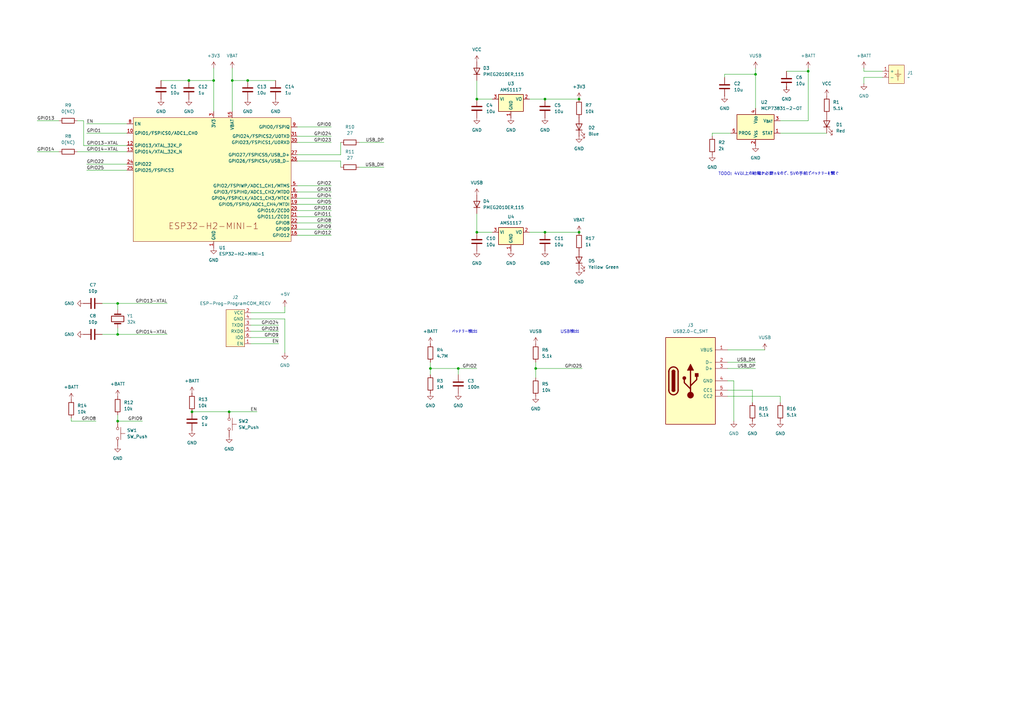
<source format=kicad_sch>
(kicad_sch (version 20231120) (generator "eeschema") (generator_version "8.0")
  (paper "A3")
  (lib_symbols
    (symbol "74th_Interface:BatteryPin"
      (property "Reference" "J" (at 0 6.35 0))
      (symbol "BatteryPin_1_1"
        (rectangle (start -3.81 3.81) (end 2.54 -3.81) (fill (type background)))
        (polyline (pts (xy -1.27 0) (xy 1.27 0)))
        (polyline (pts (xy -0.635 -0.635) (xy 0.635 -0.635)))
        (polyline (pts (xy 0 -0.635) (xy 0 -2.54)))
        (polyline (pts (xy 0 0) (xy 0 1.905)))
        (pin input line (at -6.35 1.27 0) (length 2.54) (name "+") (number "1"))
        (pin input line (at -6.35 -1.27 0) (length 2.54) (name "-") (number "2"))
      )
    )
    (symbol "74th_Interface:ESP-Prog-ProgramCOM_RECV"
      (property "Reference" "J" (at 0 5.08 0))
      (property "Value" "ESP-Prog-ProgramCOM_RECV" (at 0 7.62 0))
      (symbol "ESP-Prog-ProgramCOM_RECV_0_1"
        (rectangle (start -3.81 3.81) (end 3.81 -11.43) (stroke (width 0.1524)) (fill (type background)))
      )
      (symbol "ESP-Prog-ProgramCOM_RECV_1_1"
        (pin output line (at 6.35 -10.16 180) (length 2.54) (name "EN") (number "1"))
        (pin passive line (at 6.35 2.54 180) (length 2.54) (name "VCC") (number "2"))
        (pin input line (at 6.35 -2.54 180) (length 2.54) (name "TXD0") (number "3"))
        (pin passive line (at 6.35 0 180) (length 2.54) (name "GND") (number "4"))
        (pin output line (at 6.35 -5.08 180) (length 2.54) (name "RXD0") (number "5"))
        (pin output line (at 6.35 -7.62 180) (length 2.54) (name "IO0") (number "6"))
      )
    )
    (symbol "74th_Interface:USB_TypeC-2.0_Receptacle" (pin_names (offset 1.016))
      (property "Reference" "J" (at -10.16 19.05 0))
      (property "Value" "USB2.0-C_SMT" (at 15.24 19.05 0))
      (symbol "USB_TypeC-2.0_Receptacle_0_1"
        (rectangle (start -10.16 17.78) (end 10.16 -17.78) (stroke (width 0.254)) (fill (type background)))
        (arc (start -8.89 -3.81) (mid -6.985 -5.7067) (end -5.08 -3.81) (stroke (width 0.508)))
        (arc (start -7.62 -3.81) (mid -6.985 -4.4423) (end -6.35 -3.81) (stroke (width 0.254)))
        (arc (start -7.62 -3.81) (mid -6.985 -4.4423) (end -6.35 -3.81) (stroke (width 0.254)) (fill (type outline)))
        (rectangle (start -7.62 -3.81) (end -6.35 3.81) (stroke (width 0.254)) (fill (type outline)))
        (arc (start -6.35 3.81) (mid -6.985 4.4423) (end -7.62 3.81) (stroke (width 0.254)))
        (arc (start -6.35 3.81) (mid -6.985 4.4423) (end -7.62 3.81) (stroke (width 0.254)) (fill (type outline)))
        (arc (start -5.08 3.81) (mid -6.985 5.7067) (end -8.89 3.81) (stroke (width 0.508)))
        (circle (center -2.54 1.143) (radius 0.635) (stroke (width 0.254)) (fill (type outline)))
        (circle (center 0 -5.842) (radius 1.27) (fill (type outline)))
        (polyline (pts (xy -8.89 -3.81) (xy -8.89 3.81)) (stroke (width 0.508)))
        (polyline (pts (xy -5.08 3.81) (xy -5.08 -3.81)) (stroke (width 0.508)))
        (polyline (pts (xy 0 -5.842) (xy 0 4.318)) (stroke (width 0.508)))
        (polyline (pts (xy 0 -3.302) (xy -2.54 -0.762) (xy -2.54 0.508)) (stroke (width 0.508)))
        (polyline (pts (xy 0 -2.032) (xy 2.54 0.508) (xy 2.54 1.778)) (stroke (width 0.508)))
        (polyline (pts (xy -1.27 4.318) (xy 0 6.858) (xy 1.27 4.318) (xy -1.27 4.318)) (stroke (width 0.254)) (fill (type outline)))
        (rectangle (start 1.905 1.778) (end 3.175 3.048) (stroke (width 0.254)) (fill (type outline)))
      )
      (symbol "USB_TypeC-2.0_Receptacle_1_1"
        (pin power_out line (at 15.24 12.7 180) (length 5.08) (name "VBUS") (number "1"))
        (pin bidirectional line (at 15.24 7.62 180) (length 5.08) (name "D-") (number "2"))
        (pin bidirectional line (at 15.24 5.08 180) (length 5.08) (name "D+") (number "3"))
        (pin power_out line (at 15.24 0 180) (length 5.08) (name "GND") (number "4"))
        (pin input line (at 15.24 -3.81 180) (length 5.08) (name "CC1") (number "5"))
        (pin input line (at 15.24 -6.35 180) (length 5.08) (name "CC2") (number "6"))
      )
    )
    (symbol "74th_Passive:AMS1117-3.3_Regulator_SOT223"
      (property "Reference" "U" (at -3.81 3.175 0))
      (property "Value" "AMS1117" (at 0 3.175 0))
      (symbol "AMS1117-3.3_Regulator_SOT223_0_1"
        (rectangle (start -5.08 1.905) (end 5.08 -5.08) (stroke (width 0.254)) (fill (type background)))
      )
      (symbol "AMS1117-3.3_Regulator_SOT223_1_1"
        (pin power_in line (at 0 -7.62 90) (length 2.54) (name "GND") (number "1"))
        (pin power_out line (at 7.62 0 180) (length 2.54) (name "VO") (number "2"))
        (pin power_in line (at -7.62 0 0) (length 2.54) (name "VI") (number "3"))
      )
    )
    (symbol "74th_Power:VBAT" (power) (pin_numbers hide) (pin_names (offset 0) hide)
      (property "Value" "VBAT" (at 0 3.556 0))
      (symbol "VBAT_0_1"
        (polyline (pts (xy -0.762 1.27) (xy 0 2.54)))
        (polyline (pts (xy 0 0) (xy 0 2.54)))
        (polyline (pts (xy 0 2.54) (xy 0.762 1.27)))
      )
      (symbol "VBAT_1_1"
        (pin power_in line (at 0 0 90) (length 0) (name "~") (number "1"))
      )
    )
    (symbol "74th_Power:VUSB" (power) (pin_numbers hide) (pin_names (offset 0) hide)
      (property "Value" "VUSB" (at 0 3.556 0))
      (symbol "VUSB_0_1"
        (polyline (pts (xy -0.762 1.27) (xy 0 2.54)))
        (polyline (pts (xy 0 0) (xy 0 2.54)))
        (polyline (pts (xy 0 2.54) (xy 0.762 1.27)))
      )
      (symbol "VUSB_1_1"
        (pin power_in line (at 0 0 90) (length 0) (name "~") (number "1"))
      )
    )
    (symbol "Battery_Management:MCP73831-2-OT"
      (property "Reference" "U" (at -7.62 6.35 0))
      (property "Value" "MCP73831-2-OT" (at 1.27 6.35 0))
      (symbol "MCP73831-2-OT_0_1"
        (rectangle (start -7.62 5.08) (end 7.62 -5.08) (stroke (width 0.254)) (fill (type background)))
      )
      (symbol "MCP73831-2-OT_1_1"
        (pin tri_state line (at 10.16 -2.54 180) (length 2.54) (name "STAT") (number "1"))
        (pin power_in line (at 0 -7.62 90) (length 2.54) (name "V_{SS}") (number "2"))
        (pin power_out line (at 10.16 2.54 180) (length 2.54) (name "V_{BAT}") (number "3"))
        (pin power_in line (at 0 7.62 270) (length 2.54) (name "V_{DD}") (number "4"))
        (pin input line (at -10.16 -2.54 0) (length 2.54) (name "PROG") (number "5"))
      )
    )
    (symbol "Device:C" (pin_numbers hide) (pin_names (offset 0.254))
      (property "Reference" "C" (at 0.635 2.54 0))
      (property "Value" "C" (at 0.635 -2.54 0))
      (symbol "C_0_1"
        (polyline (pts (xy -2.032 -0.762) (xy 2.032 -0.762)) (stroke (width 0.508)))
        (polyline (pts (xy -2.032 0.762) (xy 2.032 0.762)) (stroke (width 0.508)))
      )
      (symbol "C_1_1"
        (pin passive line (at 0 3.81 270) (length 2.794) (name "~") (number "1"))
        (pin passive line (at 0 -3.81 90) (length 2.794) (name "~") (number "2"))
      )
    )
    (symbol "Device:Crystal" (pin_numbers hide) (pin_names (offset 1.016) hide)
      (property "Reference" "Y" (at 0 3.81 0))
      (property "Value" "Crystal" (at 0 -3.81 0))
      (symbol "Crystal_0_1"
        (rectangle (start -1.143 2.54) (end 1.143 -2.54) (stroke (width 0.3048)))
        (polyline (pts (xy -2.54 0) (xy -1.905 0)))
        (polyline (pts (xy -1.905 -1.27) (xy -1.905 1.27)) (stroke (width 0.508)))
        (polyline (pts (xy 1.905 -1.27) (xy 1.905 1.27)) (stroke (width 0.508)))
        (polyline (pts (xy 2.54 0) (xy 1.905 0)))
      )
      (symbol "Crystal_1_1"
        (pin passive line (at -3.81 0 0) (length 1.27) (name "1") (number "1"))
        (pin passive line (at 3.81 0 180) (length 1.27) (name "2") (number "2"))
      )
    )
    (symbol "Device:D" (pin_numbers hide) (pin_names (offset 1.016) hide)
      (property "Reference" "D" (at 0 2.54 0))
      (property "Value" "D" (at 0 -2.54 0))
      (symbol "D_0_1"
        (polyline (pts (xy -1.27 1.27) (xy -1.27 -1.27)) (stroke (width 0.254)))
        (polyline (pts (xy 1.27 0) (xy -1.27 0)))
        (polyline (pts (xy 1.27 1.27) (xy 1.27 -1.27) (xy -1.27 0) (xy 1.27 1.27)) (stroke (width 0.254)))
      )
      (symbol "D_1_1"
        (pin passive line (at -3.81 0 0) (length 2.54) (name "K") (number "1"))
        (pin passive line (at 3.81 0 180) (length 2.54) (name "A") (number "2"))
      )
    )
    (symbol "Device:LED" (pin_numbers hide) (pin_names (offset 1.016) hide)
      (property "Reference" "D" (at 0 2.54 0))
      (property "Value" "LED" (at 0 -2.54 0))
      (symbol "LED_0_1"
        (polyline (pts (xy -1.27 -1.27) (xy -1.27 1.27)) (stroke (width 0.254)))
        (polyline (pts (xy -1.27 0) (xy 1.27 0)))
        (polyline (pts (xy 1.27 -1.27) (xy 1.27 1.27) (xy -1.27 0) (xy 1.27 -1.27)) (stroke (width 0.254)))
        (polyline (pts (xy -3.048 -0.762) (xy -4.572 -2.286) (xy -3.81 -2.286) (xy -4.572 -2.286) (xy -4.572 -1.524)))
        (polyline (pts (xy -1.778 -0.762) (xy -3.302 -2.286) (xy -2.54 -2.286) (xy -3.302 -2.286) (xy -3.302 -1.524)))
      )
      (symbol "LED_1_1"
        (pin passive line (at -3.81 0 0) (length 2.54) (name "K") (number "1"))
        (pin passive line (at 3.81 0 180) (length 2.54) (name "A") (number "2"))
      )
    )
    (symbol "Device:R" (pin_numbers hide) (pin_names (offset 0))
      (property "Reference" "R" (at 2.032 0 90))
      (property "Value" "R" (at 0 0 90))
      (symbol "R_0_1"
        (rectangle (start -1.016 -2.54) (end 1.016 2.54) (stroke (width 0.254)))
      )
      (symbol "R_1_1"
        (pin passive line (at 0 3.81 270) (length 1.27) (name "~") (number "1"))
        (pin passive line (at 0 -3.81 90) (length 1.27) (name "~") (number "2"))
      )
    )
    (symbol "Espressif:ESP32-H2-MINI-1"
      (property "Reference" "U" (at -33.02 30.48 0))
      (property "Value" "ESP32-H2-MINI-1" (at -33.02 27.94 0))
      (symbol "ESP32-H2-MINI-1_0_1"
        (rectangle (start -33.02 25.4) (end 31.75 -25.4) (fill (type background)))
      )
      (symbol "ESP32-H2-MINI-1_1_0"
        (text "ESP32-H2-MINI-1" (at 0 -19.05 0) (effects (font (size 2.54 2.54))))
        (pin bidirectional line (at -35.56 19.05 0) (length 2.54) (name "GPIO1/FSPICS0/ADC1_CH0") (number "10"))
        (pin no_connect line (at -35.56 -13.97 0) (length 2.54) hide (name "NC") (number "17"))
        (pin bidirectional line (at -35.56 6.35 0) (length 2.54) (name "GPIO22") (number "24"))
        (pin bidirectional line (at -35.56 3.81 0) (length 2.54) (name "GPIO25/FSPICS3") (number "25"))
        (pin no_connect line (at -35.56 -13.97 0) (length 2.54) hide (name "NC") (number "28"))
        (pin no_connect line (at -35.56 -13.97 0) (length 2.54) hide (name "NC") (number "29"))
        (pin no_connect line (at -35.56 -13.97 0) (length 2.54) hide (name "NC") (number "32"))
        (pin no_connect line (at -35.56 -13.97 0) (length 2.54) hide (name "NC") (number "33"))
        (pin no_connect line (at -35.56 -13.97 0) (length 2.54) hide (name "NC") (number "34"))
        (pin no_connect line (at -35.56 -13.97 0) (length 2.54) hide (name "NC") (number "35"))
        (pin no_connect line (at -35.56 -13.97 0) (length 2.54) hide (name "NC") (number "4"))
        (pin no_connect line (at -35.56 -13.97 0) (length 2.54) hide (name "NC") (number "7"))
        (pin bidirectional line (at 34.29 21.59 180) (length 2.54) (name "GPIO0/FSPIQ") (number "9"))
      )
      (symbol "ESP32-H2-MINI-1_1_1"
        (pin power_in line (at 0 -27.94 90) (length 2.54) (name "GND") (number "1"))
        (pin passive line (at 0 -27.94 90) (length 2.54) hide (name "GND") (number "11"))
        (pin bidirectional line (at -35.56 13.97 0) (length 2.54) (name "GPIO13/XTAL_32K_P") (number "12"))
        (pin bidirectional line (at -35.56 11.43 0) (length 2.54) (name "GPIO14/XTAL_32K_N") (number "13"))
        (pin passive line (at 0 -27.94 90) (length 2.54) hide (name "GND") (number "14"))
        (pin input line (at 7.62 27.94 270) (length 2.54) (name "VBAT") (number "15"))
        (pin bidirectional line (at 34.29 -22.86 180) (length 2.54) (name "GPIO12") (number "16"))
        (pin bidirectional line (at 34.29 -7.62 180) (length 2.54) (name "GPIO4/FSPICLK/ADC1_CH3/MTCK") (number "18"))
        (pin bidirectional line (at 34.29 -10.16 180) (length 2.54) (name "GPIO5/FSPID/ADC1_CH4/MTDI") (number "19"))
        (pin passive line (at 0 -27.94 90) (length 2.54) hide (name "GND") (number "2"))
        (pin bidirectional line (at 34.29 -12.7 180) (length 2.54) (name "GPIO10/ZCD0") (number "20"))
        (pin bidirectional line (at 34.29 -15.24 180) (length 2.54) (name "GPIO11/ZCD1") (number "21"))
        (pin bidirectional line (at 34.29 -17.78 180) (length 2.54) (name "GPIO8") (number "22"))
        (pin bidirectional line (at 34.29 -20.32 180) (length 2.54) (name "GPIO9") (number "23"))
        (pin bidirectional line (at 34.29 7.62 180) (length 2.54) (name "GPIO26/FSPICS4/USB_D-") (number "26"))
        (pin bidirectional line (at 34.29 10.16 180) (length 2.54) (name "GPIO27/FSPICS5/USB_D+") (number "27"))
        (pin power_in line (at 0 27.94 270) (length 2.54) (name "3V3") (number "3"))
        (pin bidirectional line (at 34.29 15.24 180) (length 2.54) (name "GPIO23/FSPICS1/U0RXD") (number "30"))
        (pin bidirectional line (at 34.29 17.78 180) (length 2.54) (name "GPIO24/FSPICS2/U0TXD") (number "31"))
        (pin passive line (at 0 -27.94 90) (length 2.54) hide (name "GND") (number "36"))
        (pin passive line (at 0 -27.94 90) (length 2.54) hide (name "GND") (number "37"))
        (pin passive line (at 0 -27.94 90) (length 2.54) hide (name "GND") (number "38"))
        (pin passive line (at 0 -27.94 90) (length 2.54) hide (name "GND") (number "39"))
        (pin passive line (at 0 -27.94 90) (length 2.54) hide (name "GND") (number "40"))
        (pin passive line (at 0 -27.94 90) (length 2.54) hide (name "GND") (number "41"))
        (pin passive line (at 0 -27.94 90) (length 2.54) hide (name "GND") (number "42"))
        (pin passive line (at 0 -27.94 90) (length 2.54) hide (name "GND") (number "43"))
        (pin passive line (at 0 -27.94 90) (length 2.54) hide (name "GND") (number "44"))
        (pin passive line (at 0 -27.94 90) (length 2.54) hide (name "GND") (number "45"))
        (pin passive line (at 0 -27.94 90) (length 2.54) hide (name "GND") (number "46"))
        (pin passive line (at 0 -27.94 90) (length 2.54) hide (name "GND") (number "47"))
        (pin passive line (at 0 -27.94 90) (length 2.54) hide (name "GND") (number "48"))
        (pin passive line (at 0 -27.94 90) (length 2.54) hide (name "GND") (number "49"))
        (pin bidirectional line (at 34.29 -2.54 180) (length 2.54) (name "GPIO2/FSPIWP/ADC1_CH1/MTMS") (number "5"))
        (pin passive line (at 0 -27.94 90) (length 2.54) hide (name "GND") (number "50"))
        (pin passive line (at 0 -27.94 90) (length 2.54) hide (name "GND") (number "51"))
        (pin passive line (at 0 -27.94 90) (length 2.54) hide (name "GND") (number "52"))
        (pin passive line (at 0 -27.94 90) (length 2.54) hide (name "GND") (number "53"))
        (pin bidirectional line (at 34.29 -5.08 180) (length 2.54) (name "GPIO3/FSPIHD/ADC1_CH2/MTDO") (number "6"))
        (pin input line (at -35.56 22.86 0) (length 2.54) (name "EN") (number "8"))
      )
    )
    (symbol "Switch:SW_Push" (pin_numbers hide) (pin_names (offset 1.016) hide)
      (property "Reference" "SW" (at 1.27 2.54 0))
      (property "Value" "SW_Push" (at 0 -1.524 0))
      (symbol "SW_Push_0_1"
        (circle (center -2.032 0) (radius 0.508))
        (polyline (pts (xy 0 1.27) (xy 0 3.048)))
        (polyline (pts (xy 2.54 1.27) (xy -2.54 1.27)))
        (circle (center 2.032 0) (radius 0.508))
        (pin passive line (at -5.08 0 0) (length 2.54) (name "1") (number "1"))
        (pin passive line (at 5.08 0 180) (length 2.54) (name "2") (number "2"))
      )
    )
    (symbol "power:+3V3" (power) (pin_numbers hide) (pin_names (offset 0) hide)
      (property "Value" "+3V3" (at 0 3.556 0))
      (symbol "+3V3_0_1"
        (polyline (pts (xy -0.762 1.27) (xy 0 2.54)))
        (polyline (pts (xy 0 0) (xy 0 2.54)))
        (polyline (pts (xy 0 2.54) (xy 0.762 1.27)))
      )
      (symbol "+3V3_1_1"
        (pin power_in line (at 0 0 90) (length 0) (name "~") (number "1"))
      )
    )
    (symbol "power:+5V" (power) (pin_numbers hide) (pin_names (offset 0) hide)
      (property "Value" "+5V" (at 0 3.556 0))
      (symbol "+5V_0_1"
        (polyline (pts (xy -0.762 1.27) (xy 0 2.54)))
        (polyline (pts (xy 0 0) (xy 0 2.54)))
        (polyline (pts (xy 0 2.54) (xy 0.762 1.27)))
      )
      (symbol "+5V_1_1"
        (pin power_in line (at 0 0 90) (length 0) (name "~") (number "1"))
      )
    )
    (symbol "power:+BATT" (power) (pin_numbers hide) (pin_names (offset 0) hide)
      (property "Value" "+BATT" (at 0 3.556 0))
      (symbol "+BATT_0_1"
        (polyline (pts (xy -0.762 1.27) (xy 0 2.54)))
        (polyline (pts (xy 0 0) (xy 0 2.54)))
        (polyline (pts (xy 0 2.54) (xy 0.762 1.27)))
      )
      (symbol "+BATT_1_1"
        (pin power_in line (at 0 0 90) (length 0) (name "~") (number "1"))
      )
    )
    (symbol "power:GND" (power) (pin_numbers hide) (pin_names (offset 0) hide)
      (property "Value" "GND" (at 0 -3.81 0))
      (symbol "GND_0_1"
        (polyline (pts (xy 0 0) (xy 0 -1.27) (xy 1.27 -1.27) (xy 0 -2.54) (xy -1.27 -1.27) (xy 0 -1.27)))
      )
      (symbol "GND_1_1"
        (pin power_in line (at 0 0 270) (length 0) (name "~") (number "1"))
      )
    )
    (symbol "power:VCC" (power) (pin_numbers hide) (pin_names (offset 0) hide)
      (property "Value" "VCC" (at 0 3.556 0))
      (symbol "VCC_0_1"
        (polyline (pts (xy -0.762 1.27) (xy 0 2.54)))
        (polyline (pts (xy 0 0) (xy 0 2.54)))
        (polyline (pts (xy 0 2.54) (xy 0.762 1.27)))
      )
      (symbol "VCC_1_1"
        (pin power_in line (at 0 0 90) (length 0) (name "~") (number "1"))
      )
    )
  )
  (junction (at 219.71 151.13))
  (junction (at 223.52 95.25))
  (junction (at 195.58 40.64))
  (junction (at 309.88 30.48))
  (junction (at 101.6 33.02))
  (junction (at 195.58 95.25))
  (junction (at 331.47 29.21))
  (junction (at 223.52 40.64))
  (junction (at 87.63 33.02))
  (junction (at 48.26 124.46))
  (junction (at 48.26 137.16))
  (junction (at 78.74 168.91))
  (junction (at 176.53 151.13))
  (junction (at 237.49 40.64))
  (junction (at 77.47 33.02))
  (junction (at 93.98 168.91))
  (junction (at 237.49 95.25))
  (junction (at 48.26 172.72))
  (junction (at 95.25 33.02))
  (junction (at 187.96 151.13))
  (wire (pts (xy 298.45 148.59) (xy 309.88 148.59)))
  (wire (pts (xy 187.96 151.13) (xy 195.58 151.13)))
  (wire (pts (xy 300.99 156.21) (xy 300.99 172.72)))
  (wire (pts (xy 223.52 95.25) (xy 237.49 95.25)))
  (wire (pts (xy 297.18 30.48) (xy 309.88 30.48)))
  (wire (pts (xy 331.47 27.94) (xy 331.47 29.21)))
  (wire (pts (xy 354.33 31.75) (xy 361.95 31.75)))
  (wire (pts (xy 195.58 33.02) (xy 195.58 40.64)))
  (wire (pts (xy 39.37 172.72) (xy 29.21 172.72)))
  (wire (pts (xy 147.32 68.58) (xy 157.48 68.58)))
  (wire (pts (xy 95.25 33.02) (xy 101.6 33.02)))
  (wire (pts (xy 309.88 27.94) (xy 309.88 30.48)))
  (wire (pts (xy 121.92 76.2) (xy 135.89 76.2)))
  (wire (pts (xy 29.21 172.72) (xy 29.21 171.45)))
  (wire (pts (xy 116.84 125.73) (xy 116.84 128.27)))
  (wire (pts (xy 176.53 151.13) (xy 176.53 153.67)))
  (wire (pts (xy 121.92 86.36) (xy 135.89 86.36)))
  (wire (pts (xy 87.63 27.94) (xy 87.63 33.02)))
  (wire (pts (xy 322.58 29.21) (xy 331.47 29.21)))
  (wire (pts (xy 35.56 69.85) (xy 52.07 69.85)))
  (wire (pts (xy 139.7 63.5) (xy 121.92 63.5)))
  (wire (pts (xy 48.26 170.18) (xy 48.26 172.72)))
  (wire (pts (xy 320.04 162.56) (xy 320.04 165.1)))
  (wire (pts (xy 116.84 128.27) (xy 102.87 128.27)))
  (wire (pts (xy 187.96 151.13) (xy 176.53 151.13)))
  (wire (pts (xy 87.63 45.72) (xy 87.63 33.02)))
  (wire (pts (xy 34.29 49.53) (xy 34.29 59.69)))
  (wire (pts (xy 121.92 88.9) (xy 135.89 88.9)))
  (wire (pts (xy 195.58 40.64) (xy 201.93 40.64)))
  (wire (pts (xy 48.26 134.62) (xy 48.26 137.16)))
  (wire (pts (xy 102.87 133.35) (xy 114.3 133.35)))
  (wire (pts (xy 292.1 54.61) (xy 292.1 55.88)))
  (wire (pts (xy 116.84 130.81) (xy 116.84 144.78)))
  (wire (pts (xy 298.45 156.21) (xy 300.99 156.21)))
  (wire (pts (xy 35.56 50.8) (xy 52.07 50.8)))
  (wire (pts (xy 238.76 151.13) (xy 219.71 151.13)))
  (wire (pts (xy 102.87 135.89) (xy 114.3 135.89)))
  (wire (pts (xy 309.88 30.48) (xy 309.88 44.45)))
  (wire (pts (xy 31.75 49.53) (xy 34.29 49.53)))
  (wire (pts (xy 77.47 33.02) (xy 66.04 33.02)))
  (wire (pts (xy 121.92 96.52) (xy 135.89 96.52)))
  (wire (pts (xy 95.25 45.72) (xy 95.25 33.02)))
  (wire (pts (xy 93.98 168.91) (xy 105.41 168.91)))
  (wire (pts (xy 87.63 33.02) (xy 77.47 33.02)))
  (wire (pts (xy 48.26 172.72) (xy 58.42 172.72)))
  (wire (pts (xy 15.24 62.23) (xy 24.13 62.23)))
  (wire (pts (xy 102.87 130.81) (xy 116.84 130.81)))
  (wire (pts (xy 354.33 29.21) (xy 354.33 27.94)))
  (wire (pts (xy 121.92 52.07) (xy 135.89 52.07)))
  (wire (pts (xy 121.92 66.04) (xy 139.7 66.04)))
  (wire (pts (xy 219.71 151.13) (xy 219.71 154.94)))
  (wire (pts (xy 78.74 168.91) (xy 93.98 168.91)))
  (wire (pts (xy 35.56 54.61) (xy 52.07 54.61)))
  (wire (pts (xy 298.45 162.56) (xy 320.04 162.56)))
  (wire (pts (xy 48.26 124.46) (xy 41.91 124.46)))
  (wire (pts (xy 147.32 58.42) (xy 157.48 58.42)))
  (wire (pts (xy 68.58 137.16) (xy 48.26 137.16)))
  (wire (pts (xy 121.92 78.74) (xy 135.89 78.74)))
  (wire (pts (xy 297.18 30.48) (xy 297.18 31.75)))
  (wire (pts (xy 15.24 49.53) (xy 24.13 49.53)))
  (wire (pts (xy 219.71 151.13) (xy 219.71 148.59)))
  (wire (pts (xy 121.92 83.82) (xy 135.89 83.82)))
  (wire (pts (xy 101.6 33.02) (xy 113.03 33.02)))
  (wire (pts (xy 102.87 140.97) (xy 114.3 140.97)))
  (wire (pts (xy 195.58 87.63) (xy 195.58 95.25)))
  (wire (pts (xy 308.61 160.02) (xy 308.61 165.1)))
  (wire (pts (xy 31.75 62.23) (xy 52.07 62.23)))
  (wire (pts (xy 121.92 58.42) (xy 135.89 58.42)))
  (wire (pts (xy 95.25 27.94) (xy 95.25 33.02)))
  (wire (pts (xy 298.45 160.02) (xy 308.61 160.02)))
  (wire (pts (xy 354.33 34.29) (xy 354.33 31.75)))
  (wire (pts (xy 331.47 49.53) (xy 320.04 49.53)))
  (wire (pts (xy 298.45 151.13) (xy 309.88 151.13)))
  (wire (pts (xy 41.91 137.16) (xy 48.26 137.16)))
  (wire (pts (xy 48.26 127) (xy 48.26 124.46)))
  (wire (pts (xy 139.7 58.42) (xy 139.7 63.5)))
  (wire (pts (xy 176.53 148.59) (xy 176.53 151.13)))
  (wire (pts (xy 102.87 138.43) (xy 114.3 138.43)))
  (wire (pts (xy 35.56 67.31) (xy 52.07 67.31)))
  (wire (pts (xy 223.52 40.64) (xy 237.49 40.64)))
  (wire (pts (xy 299.72 54.61) (xy 292.1 54.61)))
  (wire (pts (xy 339.09 54.61) (xy 320.04 54.61)))
  (wire (pts (xy 298.45 143.51) (xy 313.69 143.51)))
  (wire (pts (xy 217.17 95.25) (xy 223.52 95.25)))
  (wire (pts (xy 121.92 55.88) (xy 135.89 55.88)))
  (wire (pts (xy 34.29 59.69) (xy 52.07 59.69)))
  (wire (pts (xy 121.92 91.44) (xy 135.89 91.44)))
  (wire (pts (xy 48.26 124.46) (xy 68.58 124.46)))
  (wire (pts (xy 195.58 95.25) (xy 201.93 95.25)))
  (wire (pts (xy 121.92 93.98) (xy 135.89 93.98)))
  (wire (pts (xy 187.96 153.67) (xy 187.96 151.13)))
  (wire (pts (xy 331.47 29.21) (xy 331.47 49.53)))
  (wire (pts (xy 217.17 40.64) (xy 223.52 40.64)))
  (wire (pts (xy 361.95 29.21) (xy 354.33 29.21)))
  (wire (pts (xy 139.7 66.04) (xy 139.7 68.58)))
  (wire (pts (xy 121.92 81.28) (xy 135.89 81.28)))
  (text "TODO: 4V以上の給電が必要ｎなので、5Vの手前でバッテリーを繋ぐ" (at 319.278 71.374 0) (effects (font (size 1.27 1.27))))
  (text "USB検出\n" (at 233.68 136.144 0) (effects (font (size 1.27 1.27))))
  (text "バッテリー検出\n" (at 190.5 136.144 0) (effects (font (size 1.27 1.27))))
  (label "GPIO5" (at 135.89 83.82 180))
  (label "USB_DM" (at 157.48 68.58 180))
  (label "GPIO24" (at 114.3 133.35 180))
  (label "GPIO23" (at 114.3 135.89 180))
  (label "GPIO8" (at 135.89 91.44 180))
  (label "GPIO25" (at 238.76 151.13 180))
  (label "GPIO3" (at 135.89 78.74 180))
  (label "GPIO0" (at 135.89 52.07 180))
  (label "GPIO25" (at 35.56 69.85 0))
  (label "GPIO10" (at 135.89 86.36 180))
  (label "GPIO9" (at 135.89 93.98 180))
  (label "GPIO22" (at 35.56 67.31 0))
  (label "USB_DP" (at 309.88 151.13 180))
  (label "GPIO13-XTAL" (at 35.56 59.69 0))
  (label "GPIO14-XTAL" (at 35.56 62.23 0))
  (label "EN" (at 105.41 168.91 180))
  (label "GPIO4" (at 135.89 81.28 180))
  (label "GPIO1" (at 35.56 54.61 0))
  (label "GPIO13-XTAL" (at 68.58 124.46 180))
  (label "GPIO14-XTAL" (at 68.58 137.16 180))
  (label "GPIO12" (at 135.89 96.52 180))
  (label "GPIO2" (at 195.58 151.13 180))
  (label "GPIO14" (at 15.24 62.23 0))
  (label "GPIO11" (at 135.89 88.9 180))
  (label "GPIO9" (at 114.3 138.43 180))
  (label "GPIO2" (at 135.89 76.2 180))
  (label "GPIO8" (at 39.37 172.72 180))
  (label "USB_DP" (at 157.48 58.42 180))
  (label "GPIO24" (at 135.89 55.88 180))
  (label "EN" (at 114.3 140.97 180))
  (label "GPIO23" (at 135.89 58.42 180))
  (label "EN" (at 35.56 50.8 0))
  (label "GPIO9" (at 58.42 172.72 180))
  (label "USB_DM" (at 309.88 148.59 180))
  (label "GPIO13" (at 15.24 49.53 0))
  (symbol (lib_id "Device:C") (at 101.6 36.83 0) (unit 1)
    (property "Reference" "C13" (at 105.41 35.5599 0) (effects (justify left)))
    (property "Value" "10u" (at 105.41 38.0999 0) (effects (justify left)))
    (property "Footprint" "74th:Capacitor_0805_2012" (effects (hide yes)))
    (property "Description" "Unpolarized capacitor" (effects (hide yes)))
  )
  (symbol (lib_id "74th_Interface:ESP-Prog-ProgramCOM_RECV") (at 96.52 130.81 0) (unit 1)
    (property "Reference" "J2" (at 96.52 121.92 0))
    (property "Value" "ESP-Prog-ProgramCOM_RECV" (at 96.52 124.46 0))
    (property "Footprint" "$74th:BoxPinHeader_2x03_P1.27mm_Vertical" (effects (hide yes)))
  )
  (symbol (lib_id "power:GND") (at 195.58 102.87 0) (unit 1)
    (property "Reference" "#PWR017" (effects (hide yes)))
    (property "Value" "GND" (at 195.58 107.95 0))
    (property "Description" "Power symbol creates a global label with name \"GND\" , ground" (effects (hide yes)))
  )
  (symbol (lib_id "Device:R") (at 78.74 165.1 0) (unit 1)
    (property "Reference" "R13" (at 81.28 163.8299 0) (effects (justify left)))
    (property "Value" "10k" (at 81.28 166.3699 0) (effects (justify left)))
    (property "Footprint" "74th:Register_0603_1608" (effects (hide yes)))
    (property "Description" "Resistor" (effects (hide yes)))
  )
  (symbol (lib_id "power:GND") (at 34.29 137.16 270) (unit 1)
    (property "Reference" "#PWR010" (effects (hide yes)))
    (property "Value" "GND" (at 30.48 137.1599 90) (effects (justify right)))
    (property "Description" "Power symbol creates a global label with name \"GND\" , ground" (effects (hide yes)))
  )
  (symbol (lib_id "power:+3V3") (at 87.63 27.94 0) (unit 1)
    (property "Reference" "#PWR01" (effects (hide yes)))
    (property "Value" "+3V3" (at 87.63 22.86 0))
    (property "Description" "Power symbol creates a global label with name \"+3V3\"" (effects (hide yes)))
  )
  (symbol (lib_id "power:GND") (at 187.96 161.29 0) (unit 1)
    (property "Reference" "#PWR015" (effects (hide yes)))
    (property "Value" "GND" (at 187.96 166.37 0))
    (property "Description" "Power symbol creates a global label with name \"GND\" , ground" (effects (hide yes)))
  )
  (symbol (lib_id "Device:R") (at 237.49 99.06 0) (unit 1)
    (property "Reference" "R17" (at 240.03 97.7899 0) (effects (justify left)))
    (property "Value" "1k" (at 240.03 100.3299 0) (effects (justify left)))
    (property "Footprint" "74th:Register_0603_1608" (effects (hide yes)))
    (property "Description" "Resistor" (effects (hide yes)))
  )
  (symbol (lib_id "Device:R") (at 27.94 62.23 90) (unit 1)
    (property "Reference" "R8" (at 27.94 55.88 90))
    (property "Value" "0(NC)" (at 27.94 58.42 90))
    (property "Footprint" "74th:Register_0603_1608" (effects (hide yes)))
    (property "Description" "Resistor" (effects (hide yes)))
  )
  (symbol (lib_id "Device:LED") (at 237.49 52.07 90) (unit 1)
    (property "Reference" "D2" (at 241.3 52.3874 90) (effects (justify right)))
    (property "Value" "Blue" (at 241.3 54.9274 90) (effects (justify right)))
    (property "Footprint" "74th:LED_0805_2012" (effects (hide yes)))
    (property "Description" "Light emitting diode" (effects (hide yes)))
  )
  (symbol (lib_id "power:GND") (at 34.29 124.46 270) (unit 1)
    (property "Reference" "#PWR011" (effects (hide yes)))
    (property "Value" "GND" (at 30.48 124.4599 90) (effects (justify right)))
    (property "Description" "Power symbol creates a global label with name \"GND\" , ground" (effects (hide yes)))
  )
  (symbol (lib_id "Device:D") (at 195.58 29.21 90) (unit 1)
    (property "Reference" "D3" (at 198.12 27.9399 90) (effects (justify right)))
    (property "Value" "PMEG2010ER,115" (at 198.12 30.4799 90) (effects (justify right)))
    (property "Footprint" "74th:Package_SOD123W" (effects (hide yes)))
    (property "Description" "Diode" (effects (hide yes)))
    (property "Sim.Device" "D" (effects (hide yes)))
    (property "Sim.Pins" "1=K 2=A" (effects (hide yes)))
  )
  (symbol (lib_id "Device:C") (at 195.58 44.45 0) (unit 1)
    (property "Reference" "C4" (at 199.39 43.1799 0) (effects (justify left)))
    (property "Value" "10u" (at 199.39 45.7199 0) (effects (justify left)))
    (property "Footprint" "74th:Capacitor_0805_2012" (effects (hide yes)))
    (property "Description" "Unpolarized capacitor" (effects (hide yes)))
  )
  (symbol (lib_id "74th_Power:VUSB") (at 219.71 140.97 0) (unit 1)
    (property "Reference" "#PWR013" (effects (hide yes)))
    (property "Value" "VUSB" (at 219.71 135.89 0))
    (property "Description" "Power symbol creates a global label with name \"VCC\"" (effects (hide yes)))
  )
  (symbol (lib_id "power:GND") (at 101.6 40.64 0) (unit 1)
    (property "Reference" "#PWR044" (effects (hide yes)))
    (property "Value" "GND" (at 101.6 45.72 0))
    (property "Description" "Power symbol creates a global label with name \"GND\" , ground" (effects (hide yes)))
  )
  (symbol (lib_id "power:+BATT") (at 78.74 161.29 0) (unit 1)
    (property "Reference" "#PWR026" (effects (hide yes)))
    (property "Value" "+BATT" (at 78.74 156.21 0))
    (property "Description" "Power symbol creates a global label with name \"+BATT\"" (effects (hide yes)))
  )
  (symbol (lib_id "Device:R") (at 143.51 58.42 90) (unit 1)
    (property "Reference" "R10" (at 143.51 52.07 90))
    (property "Value" "27" (at 143.51 54.61 90))
    (property "Footprint" "74th:Register_0603_1608" (effects (hide yes)))
    (property "Description" "Resistor" (effects (hide yes)))
  )
  (symbol (lib_id "power:GND") (at 209.55 48.26 0) (unit 1)
    (property "Reference" "#PWR020" (effects (hide yes)))
    (property "Value" "GND" (at 209.55 53.34 0))
    (property "Description" "Power symbol creates a global label with name \"GND\" , ground" (effects (hide yes)))
  )
  (symbol (lib_id "power:GND") (at 87.63 101.6 0) (unit 1)
    (property "Reference" "#PWR04" (effects (hide yes)))
    (property "Value" "GND" (at 87.63 106.68 0))
    (property "Description" "Power symbol creates a global label with name \"GND\" , ground" (effects (hide yes)))
  )
  (symbol (lib_id "power:GND") (at 297.18 39.37 0) (unit 1)
    (property "Reference" "#PWR06" (effects (hide yes)))
    (property "Value" "GND" (at 297.18 44.45 0))
    (property "Description" "Power symbol creates a global label with name \"GND\" , ground" (effects (hide yes)))
  )
  (symbol (lib_id "Device:C") (at 77.47 36.83 0) (unit 1)
    (property "Reference" "C12" (at 81.28 35.5599 0) (effects (justify left)))
    (property "Value" "1u" (at 81.28 38.0999 0) (effects (justify left)))
    (property "Footprint" "74th:Capacitor_0805_2012" (effects (hide yes)))
    (property "Description" "Unpolarized capacitor" (effects (hide yes)))
  )
  (symbol (lib_id "power:GND") (at 209.55 102.87 0) (unit 1)
    (property "Reference" "#PWR040" (effects (hide yes)))
    (property "Value" "GND" (at 209.55 107.95 0))
    (property "Description" "Power symbol creates a global label with name \"GND\" , ground" (effects (hide yes)))
  )
  (symbol (lib_id "power:+3V3") (at 237.49 40.64 0) (unit 1)
    (property "Reference" "#PWR022" (effects (hide yes)))
    (property "Value" "+3V3" (at 237.49 35.56 0))
    (property "Description" "Power symbol creates a global label with name \"+3V3\"" (effects (hide yes)))
  )
  (symbol (lib_id "power:GND") (at 48.26 182.88 0) (unit 1)
    (property "Reference" "#PWR028" (effects (hide yes)))
    (property "Value" "GND" (at 48.26 187.96 0))
    (property "Description" "Power symbol creates a global label with name \"GND\" , ground" (effects (hide yes)))
  )
  (symbol (lib_id "Battery_Management:MCP73831-2-OT") (at 309.88 52.07 0) (unit 1)
    (property "Reference" "U2" (at 312.0741 41.91 0) (effects (justify left)))
    (property "Value" "MCP73831-2-OT" (at 312.0741 44.45 0) (effects (justify left)))
    (property "Footprint" "Package_TO_SOT_SMD:SOT-23-5" (effects (hide yes)))
    (property "Datasheet" "http://ww1.microchip.com/downloads/en/DeviceDoc/20001984g.pdf" (effects (hide yes)))
    (property "Description" "Single cell, Li-Ion/Li-Po charge management controller, 4.20V, Tri-State Status Output, in SOT23-5 package" (effects (hide yes)))
  )
  (symbol (lib_id "power:GND") (at 66.04 40.64 0) (unit 1)
    (property "Reference" "#PWR02" (effects (hide yes)))
    (property "Value" "GND" (at 66.04 45.72 0))
    (property "Description" "Power symbol creates a global label with name \"GND\" , ground" (effects (hide yes)))
  )
  (symbol (lib_id "power:GND") (at 78.74 176.53 0) (unit 1)
    (property "Reference" "#PWR024" (effects (hide yes)))
    (property "Value" "GND" (at 78.74 181.61 0))
    (property "Description" "Power symbol creates a global label with name \"GND\" , ground" (effects (hide yes)))
  )
  (symbol (lib_id "Device:C") (at 66.04 36.83 0) (unit 1)
    (property "Reference" "C1" (at 69.85 35.5599 0) (effects (justify left)))
    (property "Value" "10u" (at 69.85 38.0999 0) (effects (justify left)))
    (property "Footprint" "74th:Capacitor_0805_2012" (effects (hide yes)))
    (property "Description" "Unpolarized capacitor" (effects (hide yes)))
  )
  (symbol (lib_id "Device:Crystal") (at 48.26 130.81 90) (unit 1)
    (property "Reference" "Y1" (at 52.07 129.5399 90) (effects (justify right)))
    (property "Value" "32k" (at 52.07 132.0799 90) (effects (justify right)))
    (property "Footprint" "74th:Crystal_SMD_2012-2Pin_2.0x1.2mm_HandSoldering" (effects (hide yes)))
    (property "Description" "Two pin crystal" (effects (hide yes)))
  )
  (symbol (lib_id "power:GND") (at 195.58 48.26 0) (unit 1)
    (property "Reference" "#PWR019" (effects (hide yes)))
    (property "Value" "GND" (at 195.58 53.34 0))
    (property "Description" "Power symbol creates a global label with name \"GND\" , ground" (effects (hide yes)))
  )
  (symbol (lib_id "74th_Passive:AMS1117-3.3_Regulator_SOT223") (at 209.55 95.25 0) (unit 1)
    (property "Reference" "U4" (at 209.55 88.9 0))
    (property "Value" "AMS1117" (at 209.55 91.44 0))
    (property "Footprint" "Package_TO_SOT_SMD:SOT-223-3_TabPin2" (effects (hide yes)))
    (property "Description" "1A Low Dropout regulator, positive, adjustable output, SOT-223" (effects (hide yes)))
  )
  (symbol (lib_id "Device:C") (at 187.96 157.48 0) (unit 1)
    (property "Reference" "C3" (at 191.77 156.2099 0) (effects (justify left)))
    (property "Value" "100n" (at 191.77 158.7499 0) (effects (justify left)))
    (property "Footprint" "74th:Capacitor_0805_2012" (effects (hide yes)))
    (property "Description" "Unpolarized capacitor" (effects (hide yes)))
  )
  (symbol (lib_id "power:GND") (at 354.33 34.29 0) (unit 1)
    (property "Reference" "#PWR030" (effects (hide yes)))
    (property "Value" "GND" (at 354.33 39.37 0))
    (property "Description" "Power symbol creates a global label with name \"GND\" , ground" (effects (hide yes)))
  )
  (symbol (lib_id "Device:C") (at 223.52 99.06 0) (unit 1)
    (property "Reference" "C11" (at 227.33 97.7899 0) (effects (justify left)))
    (property "Value" "10u" (at 227.33 100.3299 0) (effects (justify left)))
    (property "Footprint" "74th:Capacitor_0805_2012" (effects (hide yes)))
    (property "Description" "Unpolarized capacitor" (effects (hide yes)))
  )
  (symbol (lib_id "power:GND") (at 219.71 162.56 0) (unit 1)
    (property "Reference" "#PWR016" (effects (hide yes)))
    (property "Value" "GND" (at 219.71 167.64 0))
    (property "Description" "Power symbol creates a global label with name \"GND\" , ground" (effects (hide yes)))
  )
  (symbol (lib_id "power:GND") (at 300.99 172.72 0) (unit 1)
    (property "Reference" "#PWR035" (effects (hide yes)))
    (property "Value" "GND" (at 300.99 177.8 0))
    (property "Description" "Power symbol creates a global label with name \"GND\" , ground" (effects (hide yes)))
  )
  (symbol (lib_id "74th_Interface:USB_TypeC-2.0_Receptacle") (at 283.21 156.21 0) (unit 1)
    (property "Reference" "J3" (at 283.21 133.35 0))
    (property "Value" "USB2.0-C_SMT" (at 283.21 135.89 0))
    (property "Footprint" "74th:Connector_USB-C-Receptacle_SMT_12-Pin_Simple" (effects (hide yes)))
    (property "Datasheet" "https://www.usb.org/sites/default/files/documents/usb_type-c.zip" (effects (hide yes)))
    (property "Description" "USB 2.0-only Type-C Plug connector" (effects (hide yes)))
  )
  (symbol (lib_id "Device:C") (at 78.74 172.72 0) (unit 1)
    (property "Reference" "C9" (at 82.55 171.4499 0) (effects (justify left)))
    (property "Value" "1u" (at 82.55 173.9899 0) (effects (justify left)))
    (property "Footprint" "74th:Capacitor_0805_2012" (effects (hide yes)))
    (property "Description" "Unpolarized capacitor" (effects (hide yes)))
  )
  (symbol (lib_id "Device:C") (at 38.1 124.46 90) (unit 1)
    (property "Reference" "C7" (at 38.1 116.84 90))
    (property "Value" "10p" (at 38.1 119.38 90))
    (property "Footprint" "74th:Capacitor_0805_2012" (effects (hide yes)))
    (property "Description" "Unpolarized capacitor" (effects (hide yes)))
  )
  (symbol (lib_id "power:GND") (at 176.53 161.29 0) (unit 1)
    (property "Reference" "#PWR014" (effects (hide yes)))
    (property "Value" "GND" (at 176.53 166.37 0))
    (property "Description" "Power symbol creates a global label with name \"GND\" , ground" (effects (hide yes)))
  )
  (symbol (lib_id "Device:C") (at 38.1 137.16 90) (unit 1)
    (property "Reference" "C8" (at 38.1 129.54 90))
    (property "Value" "10p" (at 38.1 132.08 90))
    (property "Footprint" "74th:Capacitor_0805_2012" (effects (hide yes)))
    (property "Description" "Unpolarized capacitor" (effects (hide yes)))
  )
  (symbol (lib_id "Device:C") (at 223.52 44.45 0) (unit 1)
    (property "Reference" "C5" (at 227.33 43.1799 0) (effects (justify left)))
    (property "Value" "10u" (at 227.33 45.7199 0) (effects (justify left)))
    (property "Footprint" "74th:Capacitor_0805_2012" (effects (hide yes)))
    (property "Description" "Unpolarized capacitor" (effects (hide yes)))
  )
  (symbol (lib_id "Device:C") (at 322.58 33.02 0) (unit 1)
    (property "Reference" "C6" (at 326.39 31.7499 0) (effects (justify left)))
    (property "Value" "10u" (at 326.39 34.2899 0) (effects (justify left)))
    (property "Footprint" "74th:Capacitor_0805_2012" (effects (hide yes)))
    (property "Description" "Unpolarized capacitor" (effects (hide yes)))
  )
  (symbol (lib_id "74th_Power:VUSB") (at 195.58 80.01 0) (unit 1)
    (property "Reference" "#PWR038" (effects (hide yes)))
    (property "Value" "VUSB" (at 195.58 74.93 0))
    (property "Description" "Power symbol creates a global label with name \"VCC\"" (effects (hide yes)))
  )
  (symbol (lib_id "Device:R") (at 176.53 144.78 0) (unit 1)
    (property "Reference" "R4" (at 179.07 143.5099 0) (effects (justify left)))
    (property "Value" "4.7M" (at 179.07 146.0499 0) (effects (justify left)))
    (property "Footprint" "74th:Register_0603_1608" (effects (hide yes)))
    (property "Description" "Resistor" (effects (hide yes)))
  )
  (symbol (lib_id "power:GND") (at 320.04 172.72 0) (unit 1)
    (property "Reference" "#PWR037" (effects (hide yes)))
    (property "Value" "GND" (at 320.04 177.8 0))
    (property "Description" "Power symbol creates a global label with name \"GND\" , ground" (effects (hide yes)))
  )
  (symbol (lib_id "Device:R") (at 143.51 68.58 90) (unit 1)
    (property "Reference" "R11" (at 143.51 62.23 90))
    (property "Value" "27" (at 143.51 64.77 90))
    (property "Footprint" "74th:Register_0603_1608" (effects (hide yes)))
    (property "Description" "Resistor" (effects (hide yes)))
  )
  (symbol (lib_id "Device:R") (at 320.04 168.91 0) (unit 1)
    (property "Reference" "R16" (at 322.58 167.6399 0) (effects (justify left)))
    (property "Value" "5.1k" (at 322.58 170.1799 0) (effects (justify left)))
    (property "Footprint" "74th:Register_0603_1608" (effects (hide yes)))
    (property "Description" "Resistor" (effects (hide yes)))
  )
  (symbol (lib_id "power:+BATT") (at 354.33 27.94 0) (unit 1)
    (property "Reference" "#PWR047" (effects (hide yes)))
    (property "Value" "+BATT" (at 354.33 22.86 0))
    (property "Description" "Power symbol creates a global label with name \"+BATT\"" (effects (hide yes)))
  )
  (symbol (lib_id "power:GND") (at 116.84 144.78 0) (unit 1)
    (property "Reference" "#PWR032" (effects (hide yes)))
    (property "Value" "GND" (at 116.84 149.86 0))
    (property "Description" "Power symbol creates a global label with name \"GND\" , ground" (effects (hide yes)))
  )
  (symbol (lib_id "power:VCC") (at 195.58 25.4 0) (unit 1)
    (property "Reference" "#PWR03" (effects (hide yes)))
    (property "Value" "VCC" (at 195.58 20.32 0))
    (property "Description" "Power symbol creates a global label with name \"VCC\"" (effects (hide yes)))
  )
  (symbol (lib_id "74th_Power:VBAT") (at 95.25 27.94 0) (unit 1)
    (property "Reference" "#PWR029" (effects (hide yes)))
    (property "Value" "VBAT" (at 95.25 22.86 0))
    (property "Description" "Power symbol creates a global label with name \"VCC\"" (effects (hide yes)))
  )
  (symbol (lib_id "power:GND") (at 223.52 102.87 0) (unit 1)
    (property "Reference" "#PWR041" (effects (hide yes)))
    (property "Value" "GND" (at 223.52 107.95 0))
    (property "Description" "Power symbol creates a global label with name \"GND\" , ground" (effects (hide yes)))
  )
  (symbol (lib_id "power:GND") (at 322.58 35.56 0) (unit 1)
    (property "Reference" "#PWR08" (effects (hide yes)))
    (property "Value" "GND" (at 322.58 40.64 0))
    (property "Description" "Power symbol creates a global label with name \"GND\" , ground" (effects (hide yes)))
  )
  (symbol (lib_id "Device:C") (at 113.03 36.83 0) (unit 1)
    (property "Reference" "C14" (at 116.84 35.5599 0) (effects (justify left)))
    (property "Value" "1u" (at 116.84 38.0999 0) (effects (justify left)))
    (property "Footprint" "74th:Capacitor_0805_2012" (effects (hide yes)))
    (property "Description" "Unpolarized capacitor" (effects (hide yes)))
  )
  (symbol (lib_id "Device:R") (at 237.49 44.45 0) (unit 1)
    (property "Reference" "R7" (at 240.03 43.1799 0) (effects (justify left)))
    (property "Value" "10k" (at 240.03 45.7199 0) (effects (justify left)))
    (property "Footprint" "74th:Register_0603_1608" (effects (hide yes)))
    (property "Description" "Resistor" (effects (hide yes)))
  )
  (symbol (lib_id "Device:R") (at 292.1 59.69 0) (unit 1)
    (property "Reference" "R2" (at 294.64 58.4199 0) (effects (justify left)))
    (property "Value" "2k" (at 294.64 60.9599 0) (effects (justify left)))
    (property "Footprint" "74th:Register_0603_1608" (effects (hide yes)))
    (property "Description" "Resistor" (effects (hide yes)))
  )
  (symbol (lib_id "power:GND") (at 309.88 59.69 0) (unit 1)
    (property "Reference" "#PWR07" (effects (hide yes)))
    (property "Value" "GND" (at 309.88 64.77 0))
    (property "Description" "Power symbol creates a global label with name \"GND\" , ground" (effects (hide yes)))
  )
  (symbol (lib_id "power:GND") (at 237.49 55.88 0) (unit 1)
    (property "Reference" "#PWR023" (effects (hide yes)))
    (property "Value" "GND" (at 237.49 60.96 0))
    (property "Description" "Power symbol creates a global label with name \"GND\" , ground" (effects (hide yes)))
  )
  (symbol (lib_id "power:+5V") (at 116.84 125.73 0) (unit 1)
    (property "Reference" "#PWR031" (effects (hide yes)))
    (property "Value" "+5V" (at 116.84 120.65 0))
    (property "Description" "Power symbol creates a global label with name \"+5V\"" (effects (hide yes)))
  )
  (symbol (lib_id "Device:LED") (at 339.09 50.8 90) (unit 1)
    (property "Reference" "D1" (at 342.9 51.1174 90) (effects (justify right)))
    (property "Value" "Red" (at 342.9 53.6574 90) (effects (justify right)))
    (property "Footprint" "74th:LED_0805_2012" (effects (hide yes)))
    (property "Description" "Light emitting diode" (effects (hide yes)))
  )
  (symbol (lib_id "Device:R") (at 339.09 43.18 0) (unit 1)
    (property "Reference" "R1" (at 341.63 41.9099 0) (effects (justify left)))
    (property "Value" "5.1k" (at 341.63 44.4499 0) (effects (justify left)))
    (property "Footprint" "74th:Register_0603_1608" (effects (hide yes)))
    (property "Description" "Resistor" (effects (hide yes)))
  )
  (symbol (lib_id "74th_Passive:AMS1117-3.3_Regulator_SOT223") (at 209.55 40.64 0) (unit 1)
    (property "Reference" "U3" (at 209.55 34.29 0))
    (property "Value" "AMS1117" (at 209.55 36.83 0))
    (property "Footprint" "Package_TO_SOT_SMD:SOT-223-3_TabPin2" (effects (hide yes)))
    (property "Description" "1A Low Dropout regulator, positive, adjustable output, SOT-223" (effects (hide yes)))
  )
  (symbol (lib_id "power:VCC") (at 339.09 39.37 0) (unit 1)
    (property "Reference" "#PWR039" (effects (hide yes)))
    (property "Value" "VCC" (at 339.09 34.29 0))
    (property "Description" "Power symbol creates a global label with name \"VCC\"" (effects (hide yes)))
  )
  (symbol (lib_id "Device:R") (at 176.53 157.48 0) (unit 1)
    (property "Reference" "R3" (at 179.07 156.2099 0) (effects (justify left)))
    (property "Value" "1M" (at 179.07 158.7499 0) (effects (justify left)))
    (property "Footprint" "74th:Register_0603_1608" (effects (hide yes)))
    (property "Description" "Resistor" (effects (hide yes)))
  )
  (symbol (lib_id "power:GND") (at 308.61 172.72 0) (unit 1)
    (property "Reference" "#PWR036" (effects (hide yes)))
    (property "Value" "GND" (at 308.61 177.8 0))
    (property "Description" "Power symbol creates a global label with name \"GND\" , ground" (effects (hide yes)))
  )
  (symbol (lib_id "Switch:SW_Push") (at 93.98 173.99 270) (unit 1)
    (property "Reference" "SW2" (at 97.79 172.7199 90) (effects (justify left)))
    (property "Value" "SW_Push" (at 97.79 175.2599 90) (effects (justify left)))
    (property "Footprint" "74th:Switch_SKRPABE010" (effects (hide yes)))
    (property "Description" "Push button switch, generic, two pins" (effects (hide yes)))
  )
  (symbol (lib_id "power:+BATT") (at 29.21 163.83 0) (unit 1)
    (property "Reference" "#PWR033" (effects (hide yes)))
    (property "Value" "+BATT" (at 29.21 158.75 0))
    (property "Description" "Power symbol creates a global label with name \"+BATT\"" (effects (hide yes)))
  )
  (symbol (lib_id "74th_Interface:BatteryPin") (at 368.3 30.48 0) (unit 1)
    (property "Reference" "J1" (at 372.11 29.8449 0) (effects (justify left)))
    (property "Value" "~" (at 372.11 31.75 0) (effects (justify left)))
    (property "Footprint" "Connector_JST:JST_PH_B2B-PH-K_1x02_P2.00mm_Vertical" (effects (hide yes)))
  )
  (symbol (lib_id "Device:R") (at 308.61 168.91 0) (unit 1)
    (property "Reference" "R15" (at 311.15 167.6399 0) (effects (justify left)))
    (property "Value" "5.1k" (at 311.15 170.1799 0) (effects (justify left)))
    (property "Footprint" "74th:Register_0603_1608" (effects (hide yes)))
    (property "Description" "Resistor" (effects (hide yes)))
  )
  (symbol (lib_id "Device:LED") (at 237.49 106.68 90) (unit 1)
    (property "Reference" "D5" (at 241.3 106.9974 90) (effects (justify right)))
    (property "Value" "Yellow Green" (at 241.3 109.5374 90) (effects (justify right)))
    (property "Footprint" "74th:LED_0805_2012" (effects (hide yes)))
    (property "Description" "Light emitting diode" (effects (hide yes)))
  )
  (symbol (lib_id "power:+BATT") (at 331.47 27.94 0) (unit 1)
    (property "Reference" "#PWR018" (effects (hide yes)))
    (property "Value" "+BATT" (at 331.47 22.86 0))
    (property "Description" "Power symbol creates a global label with name \"+BATT\"" (effects (hide yes)))
  )
  (symbol (lib_id "Device:R") (at 219.71 158.75 0) (unit 1)
    (property "Reference" "R5" (at 222.25 157.4799 0) (effects (justify left)))
    (property "Value" "10k" (at 222.25 160.0199 0) (effects (justify left)))
    (property "Footprint" "74th:Register_0603_1608" (effects (hide yes)))
    (property "Description" "Resistor" (effects (hide yes)))
  )
  (symbol (lib_id "power:GND") (at 292.1 63.5 0) (unit 1)
    (property "Reference" "#PWR09" (effects (hide yes)))
    (property "Value" "GND" (at 292.1 68.58 0))
    (property "Description" "Power symbol creates a global label with name \"GND\" , ground" (effects (hide yes)))
  )
  (symbol (lib_id "Device:R") (at 48.26 166.37 0) (unit 1)
    (property "Reference" "R12" (at 50.8 165.0999 0) (effects (justify left)))
    (property "Value" "10k" (at 50.8 167.6399 0) (effects (justify left)))
    (property "Footprint" "74th:Register_0603_1608" (effects (hide yes)))
    (property "Description" "Resistor" (effects (hide yes)))
  )
  (symbol (lib_id "Switch:SW_Push") (at 48.26 177.8 270) (unit 1)
    (property "Reference" "SW1" (at 52.07 176.5299 90) (effects (justify left)))
    (property "Value" "SW_Push" (at 52.07 179.0699 90) (effects (justify left)))
    (property "Footprint" "74th:Switch_SKRPABE010" (effects (hide yes)))
    (property "Description" "Push button switch, generic, two pins" (effects (hide yes)))
  )
  (symbol (lib_id "Device:D") (at 195.58 83.82 90) (unit 1)
    (property "Reference" "D4" (at 198.12 82.5499 90) (effects (justify right)))
    (property "Value" "PMEG2010ER,115" (at 198.12 85.0899 90) (effects (justify right)))
    (property "Footprint" "74th:Package_SOD123W" (effects (hide yes)))
    (property "Description" "Diode" (effects (hide yes)))
    (property "Sim.Device" "D" (effects (hide yes)))
    (property "Sim.Pins" "1=K 2=A" (effects (hide yes)))
  )
  (symbol (lib_id "74th_Power:VUSB") (at 313.69 143.51 0) (unit 1)
    (property "Reference" "#PWR034" (effects (hide yes)))
    (property "Value" "VUSB" (at 313.69 138.43 0))
    (property "Description" "Power symbol creates a global label with name \"VCC\"" (effects (hide yes)))
  )
  (symbol (lib_id "power:GND") (at 77.47 40.64 0) (unit 1)
    (property "Reference" "#PWR045" (effects (hide yes)))
    (property "Value" "GND" (at 77.47 45.72 0))
    (property "Description" "Power symbol creates a global label with name \"GND\" , ground" (effects (hide yes)))
  )
  (symbol (lib_id "power:+BATT") (at 48.26 162.56 0) (unit 1)
    (property "Reference" "#PWR025" (effects (hide yes)))
    (property "Value" "+BATT" (at 48.26 157.48 0))
    (property "Description" "Power symbol creates a global label with name \"+BATT\"" (effects (hide yes)))
  )
  (symbol (lib_id "power:GND") (at 237.49 110.49 0) (unit 1)
    (property "Reference" "#PWR043" (effects (hide yes)))
    (property "Value" "GND" (at 237.49 115.57 0))
    (property "Description" "Power symbol creates a global label with name \"GND\" , ground" (effects (hide yes)))
  )
  (symbol (lib_id "power:GND") (at 93.98 179.07 0) (unit 1)
    (property "Reference" "#PWR027" (effects (hide yes)))
    (property "Value" "GND" (at 93.98 184.15 0))
    (property "Description" "Power symbol creates a global label with name \"GND\" , ground" (effects (hide yes)))
  )
  (symbol (lib_id "74th_Power:VBAT") (at 237.49 95.25 0) (unit 1)
    (property "Reference" "#PWR042" (effects (hide yes)))
    (property "Value" "VBAT" (at 237.49 90.17 0))
    (property "Description" "Power symbol creates a global label with name \"VCC\"" (effects (hide yes)))
  )
  (symbol (lib_id "Device:R") (at 219.71 144.78 0) (unit 1)
    (property "Reference" "R6" (at 222.25 143.5099 0) (effects (justify left)))
    (property "Value" "5.1k" (at 222.25 146.0499 0) (effects (justify left)))
    (property "Footprint" "74th:Register_0603_1608" (effects (hide yes)))
    (property "Description" "Resistor" (effects (hide yes)))
  )
  (symbol (lib_id "power:GND") (at 223.52 48.26 0) (unit 1)
    (property "Reference" "#PWR021" (effects (hide yes)))
    (property "Value" "GND" (at 223.52 53.34 0))
    (property "Description" "Power symbol creates a global label with name \"GND\" , ground" (effects (hide yes)))
  )
  (symbol (lib_id "Device:R") (at 27.94 49.53 90) (unit 1)
    (property "Reference" "R9" (at 27.94 43.18 90))
    (property "Value" "0(NC)" (at 27.94 45.72 90))
    (property "Footprint" "74th:Register_0603_1608" (effects (hide yes)))
    (property "Description" "Resistor" (effects (hide yes)))
  )
  (symbol (lib_id "Device:C") (at 297.18 35.56 0) (unit 1)
    (property "Reference" "C2" (at 300.99 34.2899 0) (effects (justify left)))
    (property "Value" "10u" (at 300.99 36.8299 0) (effects (justify left)))
    (property "Footprint" "74th:Capacitor_0805_2012" (effects (hide yes)))
    (property "Description" "Unpolarized capacitor" (effects (hide yes)))
  )
  (symbol (lib_id "Device:C") (at 195.58 99.06 0) (unit 1)
    (property "Reference" "C10" (at 199.39 97.7899 0) (effects (justify left)))
    (property "Value" "10u" (at 199.39 100.3299 0) (effects (justify left)))
    (property "Footprint" "74th:Capacitor_0805_2012" (effects (hide yes)))
    (property "Description" "Unpolarized capacitor" (effects (hide yes)))
  )
  (symbol (lib_id "Espressif:ESP32-H2-MINI-1") (at 87.63 73.66 0) (unit 1)
    (property "Reference" "U1" (at 89.8241 101.6 0) (effects (justify left)))
    (property "Value" "ESP32-H2-MINI-1" (at 89.8241 104.14 0) (effects (justify left)))
    (property "Footprint" "PCM_Espressif:ESP32-H2-MINI-1" (effects (hide yes)))
    (property "Datasheet" "https://www.espressif.com/sites/default/files/documentation/esp32-h2-mini-1_mini-1u_datasheet_en.pdf" (effects (hide yes)))
    (property "Description" "ESP32-C2-MINI-1 family is an ultra-low-power MCU-based SoC solution that supports Bluetooth®Low Energy (Bluetooth LE), Zigbee 3.0 and Matter" (effects (hide yes)))
  )
  (symbol (lib_id "power:+BATT") (at 176.53 140.97 0) (unit 1)
    (property "Reference" "#PWR012" (effects (hide yes)))
    (property "Value" "+BATT" (at 176.53 135.89 0))
    (property "Description" "Power symbol creates a global label with name \"+BATT\"" (effects (hide yes)))
  )
  (symbol (lib_id "power:GND") (at 113.03 40.64 0) (unit 1)
    (property "Reference" "#PWR046" (effects (hide yes)))
    (property "Value" "GND" (at 113.03 45.72 0))
    (property "Description" "Power symbol creates a global label with name \"GND\" , ground" (effects (hide yes)))
  )
  (symbol (lib_id "74th_Power:VUSB") (at 309.88 27.94 0) (unit 1)
    (property "Reference" "#PWR05" (effects (hide yes)))
    (property "Value" "VUSB" (at 309.88 22.86 0))
    (property "Description" "Power symbol creates a global label with name \"VCC\"" (effects (hide yes)))
  )
  (symbol (lib_id "Device:R") (at 29.21 167.64 0) (unit 1)
    (property "Reference" "R14" (at 31.75 166.3699 0) (effects (justify left)))
    (property "Value" "10k" (at 31.75 168.9099 0) (effects (justify left)))
    (property "Footprint" "74th:Register_0603_1608" (effects (hide yes)))
    (property "Description" "Resistor" (effects (hide yes)))
  )
)
</source>
